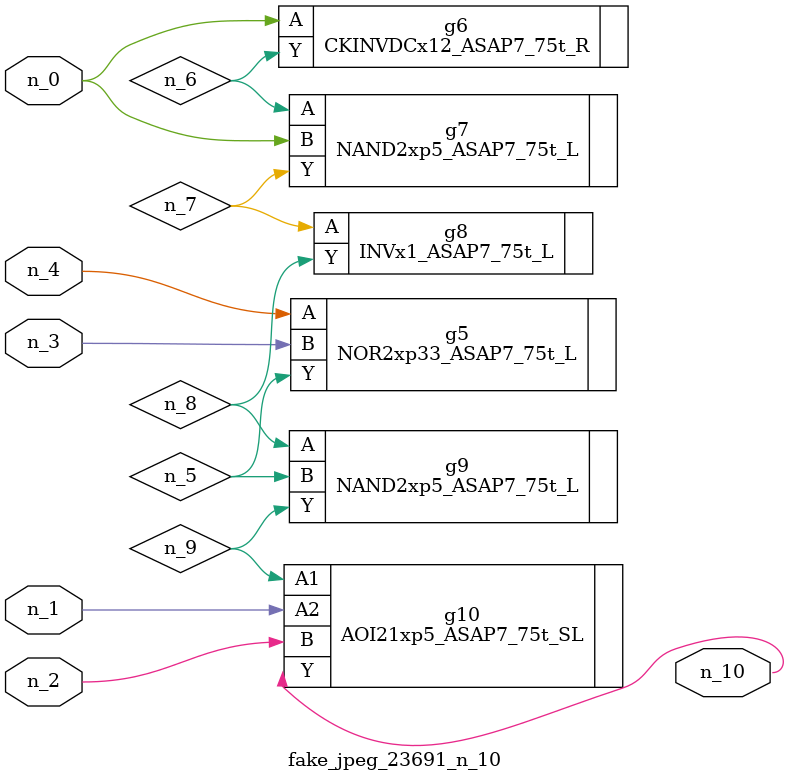
<source format=v>
module fake_jpeg_23691_n_10 (n_3, n_2, n_1, n_0, n_4, n_10);

input n_3;
input n_2;
input n_1;
input n_0;
input n_4;

output n_10;

wire n_8;
wire n_9;
wire n_6;
wire n_5;
wire n_7;

NOR2xp33_ASAP7_75t_L g5 ( 
.A(n_4),
.B(n_3),
.Y(n_5)
);

CKINVDCx12_ASAP7_75t_R g6 ( 
.A(n_0),
.Y(n_6)
);

NAND2xp5_ASAP7_75t_L g7 ( 
.A(n_6),
.B(n_0),
.Y(n_7)
);

INVx1_ASAP7_75t_L g8 ( 
.A(n_7),
.Y(n_8)
);

NAND2xp5_ASAP7_75t_L g9 ( 
.A(n_8),
.B(n_5),
.Y(n_9)
);

AOI21xp5_ASAP7_75t_SL g10 ( 
.A1(n_9),
.A2(n_1),
.B(n_2),
.Y(n_10)
);


endmodule
</source>
